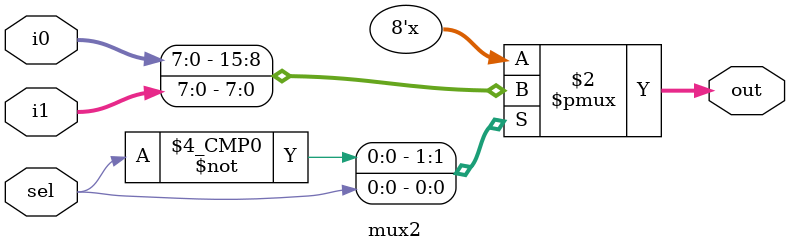
<source format=sv>
`timescale 1ps/1ps
module mux2(
	input logic [7:0] i0, i1,
	input logic sel,
	output logic [7:0] out
    );

	always_comb begin
		case(sel)
			1'b0: out = i0;
			1'b1: out = i1;
		endcase
	end
endmodule

</source>
